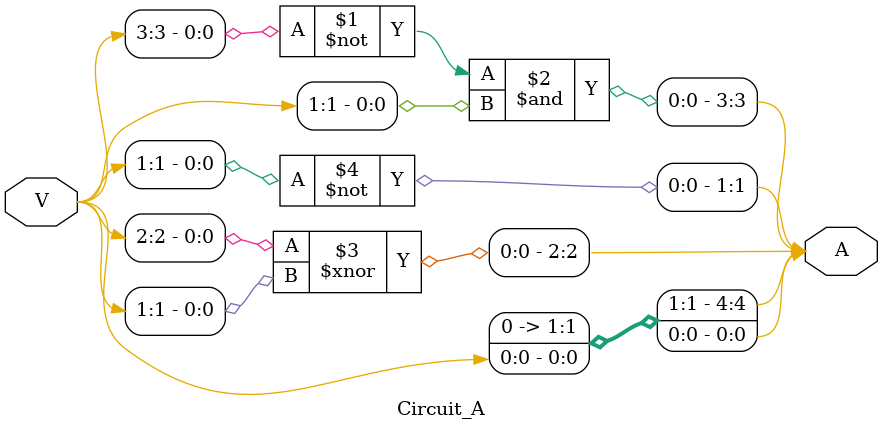
<source format=v>
module Circuit_A (V,A);
	input [4:0] V;
	output [4:0] A;
	// make 5bit
	assign A[4] = 1'b0;
	// ~V[3]만 쓰면 보정 안할 때는 상관없는 거처럼 보여도 18 출력할 때 깨짐
	assign A[3] = ~V[3]&V[1]; 
	/* 
		if V = 4'b1101
		   A = 4'b0011
		or
		if V = 4'b1010
		   A = 4'b0000

	*/
	assign A[2] = V[2]~^V[1];  
	assign A[1] = ~V[1];
	assign A[0] = V[0];

endmodule
</source>
